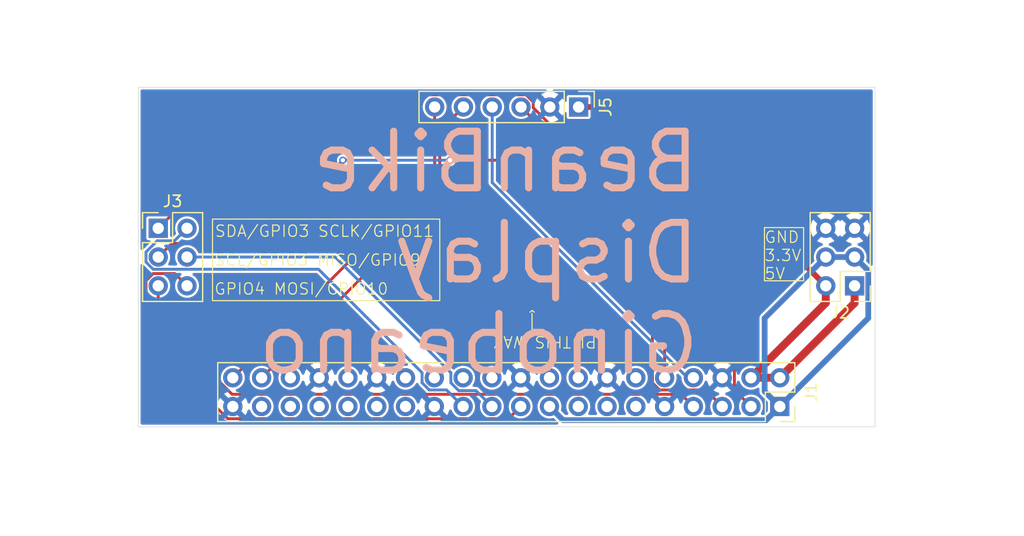
<source format=kicad_pcb>
(kicad_pcb (version 20241229) (generator "pcbnew") (generator_version "9.0")
  (layers (0 "F.Cu" mixed) (2 "B.Cu" mixed) (13 "F.Paste" user) (15 "B.Paste" user) (5 "F.SilkS" user "F.Silkscreen") (7 "B.SilkS" user "B.Silkscreen") (1 "F.Mask" user) (3 "B.Mask" user) (25 "Edge.Cuts" user))
  (net 0 "")
  (net 2 "GND")
  (net 3 "GPIO4")
  (net 5 "SDA_I2C{slash}GPIO2")
  (net 9 "SCLK{slash}GPIO11")
  (net 11 "+3V3")
  (net 15 "MCU-RX")
  (net 19 "MCU-Boot")
  (net 21 "MCU-Reset")
  (net 22 "MISO{slash}GPIO9")
  (net 23 "+5V")
  (net 24 "SDC_I2c{slash}GPIO3")
  (net 28 "MCU-TX")
  (net 31 "MOSI{slash}GPIO10")
  (footprint "Connector_PinHeader_2.54mm:PinHeader_2x03_P2.54mm_Vertical" (layer "F.Cu") (at 137.06 71.41)
    (property "Reference" "J3" (at 1.27 -2.38 0) (layer "F.SilkS"))
    (property "Value" "Data Conn")
    (fp_line (start -1.38 -1.38) (end 0 -1.38) (stroke (width 0.12)) (layer "F.SilkS"))
    (fp_line (start -1.38 0) (end -1.38 -1.38) (stroke (width 0.12)) (layer "F.SilkS"))
    (fp_line (start -1.38 1.27) (end -1.38 6.46) (stroke (width 0.12)) (layer "F.SilkS"))
    (fp_line (start -1.38 1.27) (end 1.27 1.27) (stroke (width 0.12)) (layer "F.SilkS"))
    (fp_line (start -1.38 6.46) (end 3.92 6.46) (stroke (width 0.12)) (layer "F.SilkS"))
    (fp_line (start 1.27 -1.38) (end 3.92 -1.38) (stroke (width 0.12)) (layer "F.SilkS"))
    (fp_line (start 1.27 1.27) (end 1.27 -1.38) (stroke (width 0.12)) (layer "F.SilkS"))
    (fp_line (start 3.92 -1.38) (end 3.92 6.46) (stroke (width 0.12)) (layer "F.SilkS"))
    (pad "1" thru_hole rect (at 0 0) (size 1.7 1.7) (drill 1) (layers "*.Cu" "*.Mask") (net 5 "SDA_I2C{slash}GPIO2"))
    (pad "2" thru_hole circle (at 2.54 0) (size 1.7 1.7) (drill 1) (layers "*.Cu" "*.Mask") (net 9 "SCLK{slash}GPIO11"))
    (pad "3" thru_hole circle (at 0 2.54) (size 1.7 1.7) (drill 1) (layers "*.Cu" "*.Mask") (net 24 "SDC_I2c{slash}GPIO3"))
    (pad "4" thru_hole circle (at 2.54 2.54) (size 1.7 1.7) (drill 1) (layers "*.Cu" "*.Mask") (net 22 "MISO{slash}GPIO9"))
    (pad "5" thru_hole circle (at 0 5.08) (size 1.7 1.7) (drill 1) (layers "*.Cu" "*.Mask") (net 3 "GPIO4"))
    (pad "6" thru_hole circle (at 2.54 5.08) (size 1.7 1.7) (drill 1) (layers "*.Cu" "*.Mask") (net 31 "MOSI{slash}GPIO10"))
  )
  (footprint "Connector_PinHeader_2.54mm:PinHeader_1x06_P2.54mm_Vertical" (layer "F.Cu") (at 174.15 60.7 -90)
    (property "Reference" "J5" (at 0 -2.38 90) (layer "F.SilkS"))
    (property "Value" "Display Conn")
    (fp_line (start -1.38 14.08) (end 1.38 14.08) (stroke (width 0.12)) (layer "F.SilkS"))
    (fp_line (start -1.38 1.27) (end -1.38 14.08) (stroke (width 0.12)) (layer "F.SilkS"))
    (fp_line (start -1.38 1.27) (end 1.38 1.27) (stroke (width 0.12)) (layer "F.SilkS"))
    (fp_line (start 1.38 1.27) (end 1.38 14.08) (stroke (width 0.12)) (layer "F.SilkS"))
    (fp_line (start -1.38 0) (end -1.38 -1.38) (stroke (width 0.12)) (layer "F.SilkS"))
    (fp_line (start -1.38 -1.38) (end 0 -1.38) (stroke (width 0.12)) (layer "F.SilkS"))
    (pad "1" thru_hole rect (at 0 0 270) (size 1.7 1.7) (drill 1) (layers "*.Cu" "*.Mask") (net 23 "+5V"))
    (pad "2" thru_hole circle (at 0 2.54 270) (size 1.7 1.7) (drill 1) (layers "*.Cu" "*.Mask") (net 2 "GND"))
    (pad "3" thru_hole circle (at 0 5.08 270) (size 1.7 1.7) (drill 1) (layers "*.Cu" "*.Mask") (net 15 "MCU-RX"))
    (pad "4" thru_hole circle (at 0 7.62 270) (size 1.7 1.7) (drill 1) (layers "*.Cu" "*.Mask") (net 28 "MCU-TX"))
    (pad "5" thru_hole circle (at 0 10.16 270) (size 1.7 1.7) (drill 1) (layers "*.Cu" "*.Mask") (net 21 "MCU-Reset"))
    (pad "6" thru_hole circle (at 0 12.7 270) (size 1.7 1.7) (drill 1) (layers "*.Cu" "*.Mask") (net 19 "MCU-Boot"))
  )
  (footprint "Connector_PinSocket_2.54mm:PinSocket_2x20_P2.54mm_Vertical" (layer "F.Cu") (at 191.9 87.15 -90)
    (property "Reference" "J1" (at -1.27 -2.77 90) (layer "F.SilkS"))
    (property "Value" "Pi 0 2W")
    (fp_line (start -3.87 49.59) (end 1.33 49.59) (stroke (width 0.12)) (layer "F.SilkS"))
    (fp_line (start -1.27 1.27) (end 1.33 1.27) (stroke (width 0.12)) (layer "F.SilkS"))
    (fp_line (start 1.33 1.27) (end 1.33 49.59) (stroke (width 0.12)) (layer "F.SilkS"))
    (fp_line (start -3.87 -1.33) (end -3.87 49.59) (stroke (width 0.12)) (layer "F.SilkS"))
    (fp_line (start -3.87 -1.33) (end -1.27 -1.33) (stroke (width 0.12)) (layer "F.SilkS"))
    (fp_line (start -1.27 -1.33) (end -1.27 1.27) (stroke (width 0.12)) (layer "F.SilkS"))
    (fp_line (start 0 -1.33) (end 1.33 -1.33) (stroke (width 0.12)) (layer "F.SilkS"))
    (fp_line (start 1.33 -1.33) (end 1.33 0) (stroke (width 0.12)) (layer "F.SilkS"))
    (pad "1" thru_hole rect (at 0 0 270) (size 1.7 1.7) (drill 1) (layers "*.Cu" "*.Mask") (net 11 "+3V3"))
    (pad "2" thru_hole circle (at -2.54 0 270) (size 1.7 1.7) (drill 1) (layers "*.Cu" "*.Mask") (net 23 "+5V"))
    (pad "3" thru_hole circle (at 0 2.54 270) (size 1.7 1.7) (drill 1) (layers "*.Cu" "*.Mask") (net 5 "SDA_I2C{slash}GPIO2"))
    (pad "4" thru_hole circle (at -2.54 2.54 270) (size 1.7 1.7) (drill 1) (layers "*.Cu" "*.Mask") (net 23 "+5V"))
    (pad "5" thru_hole circle (at 0 5.08 270) (size 1.7 1.7) (drill 1) (layers "*.Cu" "*.Mask") (net 24 "SDC_I2c{slash}GPIO3"))
    (pad "6" thru_hole circle (at -2.54 5.08 270) (size 1.7 1.7) (drill 1) (layers "*.Cu" "*.Mask") (net 2 "GND"))
    (pad "7" thru_hole circle (at 0 7.62 270) (size 1.7 1.7) (drill 1) (layers "*.Cu" "*.Mask") (net 3 "GPIO4"))
    (pad "8" thru_hole circle (at -2.54 7.62 270) (size 1.7 1.7) (drill 1) (layers "*.Cu" "*.Mask") (net 28 "MCU-TX"))
    (pad "9" thru_hole circle (at 0 10.16 270) (size 1.7 1.7) (drill 1) (layers "*.Cu" "*.Mask") (net 2 "GND"))
    (pad "10" thru_hole circle (at -2.54 10.16 270) (size 1.7 1.7) (drill 1) (layers "*.Cu" "*.Mask") (net 15 "MCU-RX"))
    (pad "11" thru_hole circle (at 0 12.7 270) (size 1.7 1.7) (drill 1) (layers "*.Cu" "*.Mask"))
    (pad "12" thru_hole circle (at -2.54 12.7 270) (size 1.7 1.7) (drill 1) (layers "*.Cu" "*.Mask"))
    (pad "13" thru_hole circle (at 0 15.24 270) (size 1.7 1.7) (drill 1) (layers "*.Cu" "*.Mask"))
    (pad "14" thru_hole circle (at -2.54 15.24 270) (size 1.7 1.7) (drill 1) (layers "*.Cu" "*.Mask") (net 2 "GND"))
    (pad "15" thru_hole circle (at 0 17.78 270) (size 1.7 1.7) (drill 1) (layers "*.Cu" "*.Mask"))
    (pad "16" thru_hole circle (at -2.54 17.78 270) (size 1.7 1.7) (drill 1) (layers "*.Cu" "*.Mask"))
    (pad "17" thru_hole circle (at 0 20.32 270) (size 1.7 1.7) (drill 1) (layers "*.Cu" "*.Mask") (net 11 "+3V3"))
    (pad "18" thru_hole circle (at -2.54 20.32 270) (size 1.7 1.7) (drill 1) (layers "*.Cu" "*.Mask"))
    (pad "19" thru_hole circle (at 0 22.86 270) (size 1.7 1.7) (drill 1) (layers "*.Cu" "*.Mask") (net 31 "MOSI{slash}GPIO10"))
    (pad "20" thru_hole circle (at -2.54 22.86 270) (size 1.7 1.7) (drill 1) (layers "*.Cu" "*.Mask") (net 2 "GND"))
    (pad "21" thru_hole circle (at 0 25.4 270) (size 1.7 1.7) (drill 1) (layers "*.Cu" "*.Mask") (net 22 "MISO{slash}GPIO9"))
    (pad "22" thru_hole circle (at -2.54 25.4 270) (size 1.7 1.7) (drill 1) (layers "*.Cu" "*.Mask"))
    (pad "23" thru_hole circle (at 0 27.94 270) (size 1.7 1.7) (drill 1) (layers "*.Cu" "*.Mask") (net 9 "SCLK{slash}GPIO11"))
    (pad "24" thru_hole circle (at -2.54 27.94 270) (size 1.7 1.7) (drill 1) (layers "*.Cu" "*.Mask"))
    (pad "25" thru_hole circle (at 0 30.48 270) (size 1.7 1.7) (drill 1) (layers "*.Cu" "*.Mask") (net 2 "GND"))
    (pad "26" thru_hole circle (at -2.54 30.48 270) (size 1.7 1.7) (drill 1) (layers "*.Cu" "*.Mask"))
    (pad "27" thru_hole circle (at 0 33.02 270) (size 1.7 1.7) (drill 1) (layers "*.Cu" "*.Mask"))
    (pad "28" thru_hole circle (at -2.54 33.02 270) (size 1.7 1.7) (drill 1) (layers "*.Cu" "*.Mask"))
    (pad "29" thru_hole circle (at 0 35.56 270) (size 1.7 1.7) (drill 1) (layers "*.Cu" "*.Mask"))
    (pad "30" thru_hole circle (at -2.54 35.56 270) (size 1.7 1.7) (drill 1) (layers "*.Cu" "*.Mask") (net 2 "GND"))
    (pad "31" thru_hole circle (at 0 38.1 270) (size 1.7 1.7) (drill 1) (layers "*.Cu" "*.Mask"))
    (pad "32" thru_hole circle (at -2.54 38.1 270) (size 1.7 1.7) (drill 1) (layers "*.Cu" "*.Mask"))
    (pad "33" thru_hole circle (at 0 40.64 270) (size 1.7 1.7) (drill 1) (layers "*.Cu" "*.Mask"))
    (pad "34" thru_hole circle (at -2.54 40.64 270) (size 1.7 1.7) (drill 1) (layers "*.Cu" "*.Mask") (net 2 "GND"))
    (pad "35" thru_hole circle (at 0 43.18 270) (size 1.7 1.7) (drill 1) (layers "*.Cu" "*.Mask"))
    (pad "36" thru_hole circle (at -2.54 43.18 270) (size 1.7 1.7) (drill 1) (layers "*.Cu" "*.Mask"))
    (pad "37" thru_hole circle (at 0 45.72 270) (size 1.7 1.7) (drill 1) (layers "*.Cu" "*.Mask"))
    (pad "38" thru_hole circle (at -2.54 45.72 270) (size 1.7 1.7) (drill 1) (layers "*.Cu" "*.Mask") (net 21 "MCU-Reset"))
    (pad "39" thru_hole circle (at 0 48.26 270) (size 1.7 1.7) (drill 1) (layers "*.Cu" "*.Mask") (net 2 "GND"))
    (pad "40" thru_hole circle (at -2.54 48.26 270) (size 1.7 1.7) (drill 1) (layers "*.Cu" "*.Mask") (net 19 "MCU-Boot"))
  )
  (footprint "Connector_PinHeader_2.54mm:PinHeader_2x03_P2.54mm_Vertical" (layer "F.Cu") (at 198.5 76.49 180)
    (property "Reference" "J2" (at 1.27 -2.38 0) (layer "F.SilkS"))
    (property "Value" "Power Conn")
    (fp_line (start 3.92 -1.38) (end 3.92 6.46) (stroke (width 0.12)) (layer "F.SilkS"))
    (fp_line (start 1.27 1.27) (end 1.27 -1.38) (stroke (width 0.12)) (layer "F.SilkS"))
    (fp_line (start 1.27 -1.38) (end 3.92 -1.38) (stroke (width 0.12)) (layer "F.SilkS"))
    (fp_line (start -1.38 6.46) (end 3.92 6.46) (stroke (width 0.12)) (layer "F.SilkS"))
    (fp_line (start -1.38 1.27) (end 1.27 1.27) (stroke (width 0.12)) (layer "F.SilkS"))
    (fp_line (start -1.38 1.27) (end -1.38 6.46) (stroke (width 0.12)) (layer "F.SilkS"))
    (fp_line (start -1.38 0) (end -1.38 -1.38) (stroke (width 0.12)) (layer "F.SilkS"))
    (fp_line (start -1.38 -1.38) (end 0 -1.38) (stroke (width 0.12)) (layer "F.SilkS"))
    (pad "1" thru_hole rect (at 0 0 180) (size 1.7 1.7) (drill 1) (layers "*.Cu" "*.Mask") (net 23 "+5V"))
    (pad "2" thru_hole circle (at 2.54 0 180) (size 1.7 1.7) (drill 1) (layers "*.Cu" "*.Mask") (net 23 "+5V"))
    (pad "3" thru_hole circle (at 0 2.54 180) (size 1.7 1.7) (drill 1) (layers "*.Cu" "*.Mask") (net 11 "+3V3"))
    (pad "4" thru_hole circle (at 2.54 2.54 180) (size 1.7 1.7) (drill 1) (layers "*.Cu" "*.Mask") (net 11 "+3V3"))
    (pad "5" thru_hole circle (at 0 5.08 180) (size 1.7 1.7) (drill 1) (layers "*.Cu" "*.Mask") (net 2 "GND"))
    (pad "6" thru_hole circle (at 2.54 5.08 180) (size 1.7 1.7) (drill 1) (layers "*.Cu" "*.Mask") (net 2 "GND"))
  )
  (gr_rect (start 190.55 71.35) (end 194 76.05) (stroke (width 0.1)) (fill no) (layer "F.SilkS"))
  (gr_rect (start 141.85 70.6) (end 161.9 77.8) (stroke (width 0.1)) (fill no) (layer "F.SilkS"))
  (gr_rect (start 135.3 58.95) (end 200.3 88.95) (stroke (width 0.05)) (fill no) (layer "Edge.Cuts"))
  (gr_text "PI THIS WAY " (at 175.8 80.85 180) (layer "F.SilkS") (effects (font (size 1 1) (thickness 0.1)) (justify left bottom)))
  (gr_text "SCL/GPIO3 MISO/GPIO9" (at 141.95 74.8 0) (layer "F.SilkS") (effects (font (size 1 1) (thickness 0.1)) (justify left bottom)))
  (gr_text "^" (at 169.7 79.85 0) (layer "F.SilkS") (effects (font (size 1 1) (thickness 0.1)) (justify left bottom)))
  (gr_text "GPIO4 MOSI/GPIO10" (at 141.95 77.35 0) (layer "F.SilkS") (effects (font (size 1 1) (thickness 0.1)) (justify left bottom)))
  (gr_text "SDA/GPIO3 SCLK/GPIO11\n" (at 142 72.25 0) (layer "F.SilkS") (effects (font (size 1 1) (thickness 0.1)) (justify left bottom)))
  (gr_text "GND\n3.3V\n5V" (at 190.5 76 0) (layer "F.SilkS") (effects (font (size 1 1) (thickness 0.1)) (justify left bottom)))
  (gr_text "|" (at 169.5 80.15 0) (layer "F.SilkS") (effects (font (size 1 1) (thickness 0.1)) (justify left bottom)))
  (gr_text "BeanBike\nDisplay\nGinobeano" (at 185.15 84.58 0) (layer "B.SilkS") (effects (font (size 5 5) (thickness 0.625)) (justify left bottom mirror)))
  (segment (start 137.06 79.554523) (end 137.06 76.49) (width 0.254) (layer "F.Cu") (net 3))
  (segment (start 143.577477 86.072) (end 137.06 79.554523) (width 0.254) (layer "F.Cu") (net 3))
  (segment (start 183.202 86.072) (end 143.577477 86.072) (width 0.254) (layer "F.Cu") (net 3))
  (segment (start 184.28 87.15) (end 183.202 86.072) (width 0.254) (layer "F.Cu") (net 3))
  (segment (start 170.148 60.253477) (end 169.516523 59.622) (width 0.254) (layer "F.Cu") (net 5))
  (segment (start 187.898 78.512523) (end 170.148 60.762523) (width 0.254) (layer "F.Cu") (net 5))
  (segment (start 189.36 87.15) (end 187.898 85.688) (width 0.254) (layer "F.Cu") (net 5))
  (segment (start 187.898 85.688) (end 187.898 78.512523) (width 0.254) (layer "F.Cu") (net 5))
  (segment (start 170.148 60.762523) (end 170.148 60.253477) (width 0.254) (layer "F.Cu") (net 5))
  (segment (start 169.516523 59.622) (end 148.848 59.622) (width 0.254) (layer "F.Cu") (net 5))
  (segment (start 148.848 59.622) (end 137.06 71.41) (width 0.254) (layer "F.Cu") (net 5))
  (segment (start 139.6 71.41) (end 138.493 72.517) (width 0.254) (layer "B.Cu") (net 9))
  (segment (start 135.982 74.396523) (end 136.613477 75.028) (width 0.254) (layer "B.Cu") (net 9))
  (segment (start 136.968477 72.517) (end 135.982 73.503477) (width 0.254) (layer "B.Cu") (net 9))
  (segment (start 160.342 84.163477) (end 160.342 85.056523) (width 0.254) (layer "B.Cu") (net 9))
  (segment (start 135.982 73.503477) (end 135.982 74.396523) (width 0.254) (layer "B.Cu") (net 9))
  (segment (start 162.498 85.688) (end 163.96 87.15) (width 0.254) (layer "B.Cu") (net 9))
  (segment (start 136.613477 75.028) (end 151.206523 75.028) (width 0.254) (layer "B.Cu") (net 9))
  (segment (start 138.493 72.517) (end 136.968477 72.517) (width 0.254) (layer "B.Cu") (net 9))
  (segment (start 151.206523 75.028) (end 160.342 84.163477) (width 0.254) (layer "B.Cu") (net 9))
  (segment (start 160.342 85.056523) (end 160.973477 85.688) (width 0.254) (layer "B.Cu") (net 9))
  (segment (start 160.973477 85.688) (end 162.498 85.688) (width 0.254) (layer "B.Cu") (net 9))
  (segment (start 199.705 79.345) (end 199.705 75.155) (width 0.508) (layer "B.Cu") (net 11))
  (segment (start 191.9 87.15) (end 199.705 79.345) (width 0.508) (layer "B.Cu") (net 11))
  (segment (start 198.5 73.95) (end 195.96 73.95) (width 0.508) (layer "B.Cu") (net 11))
  (segment (start 199.705 75.155) (end 198.5 73.95) (width 0.508) (layer "B.Cu") (net 11))
  (segment (start 172.785 88.355) (end 171.58 87.15) (width 0.508) (layer "B.Cu") (net 11))
  (segment (start 190.565 85.815) (end 191.9 87.15) (width 0.508) (layer "B.Cu") (net 11))
  (segment (start 190.695 88.355) (end 172.785 88.355) (width 0.508) (layer "B.Cu") (net 11))
  (segment (start 190.565 79.345) (end 190.565 85.815) (width 0.508) (layer "B.Cu") (net 11))
  (segment (start 195.96 73.95) (end 190.565 79.345) (width 0.508) (layer "B.Cu") (net 11))
  (segment (start 191.9 87.15) (end 190.695 88.355) (width 0.508) (layer "B.Cu") (net 11))
  (segment (start 181.74 73.37) (end 181.74 84.61) (width 0.254) (layer "F.Cu") (net 15))
  (segment (start 169.07 60.7) (end 181.74 73.37) (width 0.254) (layer "F.Cu") (net 15))
  (segment (start 161.45 66.8) (end 161.45 60.7) (width 0.254) (layer "F.Cu") (net 19))
  (segment (start 143.64 84.61) (end 161.45 66.8) (width 0.254) (layer "F.Cu") (net 19))
  (segment (start 161.9 62.79) (end 163.99 60.7) (width 0.254) (layer "F.Cu") (net 21))
  (segment (start 161.9 68.89) (end 161.9 62.79) (width 0.254) (layer "F.Cu") (net 21))
  (segment (start 146.18 84.61) (end 161.9 68.89) (width 0.254) (layer "F.Cu") (net 21))
  (segment (start 139.6 73.95) (end 152.668523 73.95) (width 0.254) (layer "B.Cu") (net 22))
  (segment (start 165.1 85.75) (end 166.5 87.15) (width 0.254) (layer "B.Cu") (net 22))
  (segment (start 162.882 85.056523) (end 163.575477 85.75) (width 0.254) (layer "B.Cu") (net 22))
  (segment (start 162.882 84.163477) (end 162.882 85.056523) (width 0.254) (layer "B.Cu") (net 22))
  (segment (start 163.575477 85.75) (end 165.1 85.75) (width 0.254) (layer "B.Cu") (net 22))
  (segment (start 152.668523 73.95) (end 162.882 84.163477) (width 0.254) (layer "B.Cu") (net 22))
  (segment (start 195.95 78.02) (end 189.36 84.61) (width 0.7) (layer "F.Cu") (net 23))
  (segment (start 174.15 60.7) (end 180.17 60.7) (width 0.508) (layer "F.Cu") (net 23))
  (segment (start 180.17 60.7) (end 195.96 76.49) (width 0.508) (layer "F.Cu") (net 23))
  (segment (start 198.5 76.49) (end 198.5 78.01) (width 0.7) (layer "F.Cu") (net 23))
  (segment (start 189.36 84.61) (end 191.9 84.61) (width 0.7) (layer "F.Cu") (net 23))
  (segment (start 195.96 77.99) (end 195.95 78) (width 0.7) (layer "F.Cu") (net 23))
  (segment (start 195.95 78) (end 195.95 78.02) (width 0.7) (layer "F.Cu") (net 23))
  (segment (start 195.96 76.49) (end 195.96 77.99) (width 0.7) (layer "F.Cu") (net 23))
  (segment (start 198.5 78.01) (end 191.9 84.61) (width 0.7) (layer "F.Cu") (net 23))
  (segment (start 138.26 72.75) (end 137.06 73.95) (width 0.254) (layer "F.Cu") (net 24))
  (segment (start 185.358 85.688) (end 181.293477 85.688) (width 0.254) (layer "F.Cu") (net 24))
  (segment (start 180.662 73.612) (end 172.45 65.4) (width 0.254) (layer "F.Cu") (net 24))
  (segment (start 146 72.75) (end 138.26 72.75) (width 0.254) (layer "F.Cu") (net 24))
  (segment (start 180.662 85.056523) (end 180.662 73.612) (width 0.254) (layer "F.Cu") (net 24))
  (segment (start 186.82 87.15) (end 185.358 85.688) (width 0.254) (layer "F.Cu") (net 24))
  (segment (start 153.35 65.4) (end 146 72.75) (width 0.254) (layer "F.Cu") (net 24))
  (segment (start 172.45 65.4) (end 162.8 65.4) (width 0.254) (layer "F.Cu") (net 24))
  (segment (start 181.293477 85.688) (end 180.662 85.056523) (width 0.254) (layer "F.Cu") (net 24))
  (via (at 153.35 65.4) (size 0.635) (drill 0.381) (layers "F.Cu" "B.Cu") (net 24))
  (via (at 162.8 65.4) (size 0.635) (drill 0.381) (layers "F.Cu" "B.Cu") (net 24))
  (segment (start 162.8 65.4) (end 153.35 65.4) (width 0.254) (layer "B.Cu") (net 24))
  (segment (start 166.53 60.7) (end 166.53 67.38) (width 0.254) (layer "B.Cu") (net 28))
  (segment (start 166.53 67.38) (end 183.76 84.61) (width 0.254) (layer "B.Cu") (net 28))
  (segment (start 183.76 84.61) (end 184.28 84.61) (width 0.254) (layer "B.Cu") (net 28))
  (segment (start 135.982 76.043477) (end 135.982 81.016523) (width 0.254) (layer "F.Cu") (net 31))
  (segment (start 135.982 81.016523) (end 143.193477 88.228) (width 0.254) (layer "F.Cu") (net 31))
  (segment (start 143.193477 88.228) (end 167.962 88.228) (width 0.254) (layer "F.Cu") (net 31))
  (segment (start 136.613477 75.412) (end 135.982 76.043477) (width 0.254) (layer "F.Cu") (net 31))
  (segment (start 138.522 75.412) (end 136.613477 75.412) (width 0.254) (layer "F.Cu") (net 31))
  (segment (start 139.6 76.49) (end 138.522 75.412) (width 0.254) (layer "F.Cu") (net 31))
  (segment (start 167.962 88.228) (end 169.04 87.15) (width 0.254) (layer "F.Cu") (net 31))
  (zone (net 2) (net_name "GND") (layer "B.Cu") (connect_pads (clearance 0.5)) (min_thickness 0.25) (fill yes (thermal_gap 0.5) (thermal_bridge_width 0.5))
    (polygon (pts (xy 212.25 98.6) (xy 123.1 98.4) (xy 123.95 51.25) (xy 213.45 51.55) (xy 212.3 98.6)))
  )
)
</source>
